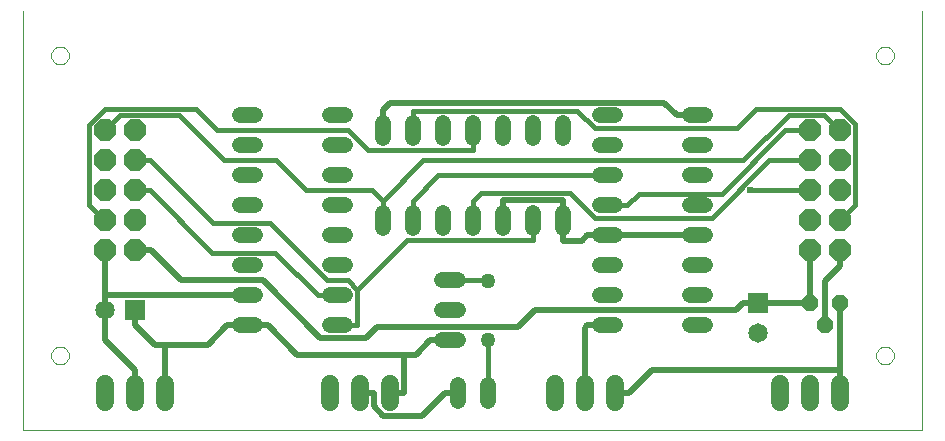
<source format=gtl>
G75*
G70*
%OFA0B0*%
%FSLAX24Y24*%
%IPPOS*%
%LPD*%
%AMOC8*
5,1,8,0,0,1.08239X$1,22.5*
%
%ADD10C,0.0000*%
%ADD11C,0.0520*%
%ADD12C,0.0594*%
%ADD13OC8,0.0740*%
%ADD14C,0.0500*%
%ADD15OC8,0.0520*%
%ADD16R,0.0650X0.0650*%
%ADD17C,0.0650*%
%ADD18C,0.0200*%
%ADD19C,0.0150*%
%ADD20C,0.0240*%
D10*
X000101Y000151D02*
X000101Y014147D01*
X001056Y012651D02*
X001058Y012685D01*
X001064Y012719D01*
X001074Y012752D01*
X001087Y012783D01*
X001105Y012813D01*
X001125Y012841D01*
X001149Y012866D01*
X001175Y012888D01*
X001203Y012906D01*
X001234Y012922D01*
X001266Y012934D01*
X001300Y012942D01*
X001334Y012946D01*
X001368Y012946D01*
X001402Y012942D01*
X001436Y012934D01*
X001468Y012922D01*
X001498Y012906D01*
X001527Y012888D01*
X001553Y012866D01*
X001577Y012841D01*
X001597Y012813D01*
X001615Y012783D01*
X001628Y012752D01*
X001638Y012719D01*
X001644Y012685D01*
X001646Y012651D01*
X001644Y012617D01*
X001638Y012583D01*
X001628Y012550D01*
X001615Y012519D01*
X001597Y012489D01*
X001577Y012461D01*
X001553Y012436D01*
X001527Y012414D01*
X001499Y012396D01*
X001468Y012380D01*
X001436Y012368D01*
X001402Y012360D01*
X001368Y012356D01*
X001334Y012356D01*
X001300Y012360D01*
X001266Y012368D01*
X001234Y012380D01*
X001203Y012396D01*
X001175Y012414D01*
X001149Y012436D01*
X001125Y012461D01*
X001105Y012489D01*
X001087Y012519D01*
X001074Y012550D01*
X001064Y012583D01*
X001058Y012617D01*
X001056Y012651D01*
X001056Y002651D02*
X001058Y002685D01*
X001064Y002719D01*
X001074Y002752D01*
X001087Y002783D01*
X001105Y002813D01*
X001125Y002841D01*
X001149Y002866D01*
X001175Y002888D01*
X001203Y002906D01*
X001234Y002922D01*
X001266Y002934D01*
X001300Y002942D01*
X001334Y002946D01*
X001368Y002946D01*
X001402Y002942D01*
X001436Y002934D01*
X001468Y002922D01*
X001498Y002906D01*
X001527Y002888D01*
X001553Y002866D01*
X001577Y002841D01*
X001597Y002813D01*
X001615Y002783D01*
X001628Y002752D01*
X001638Y002719D01*
X001644Y002685D01*
X001646Y002651D01*
X001644Y002617D01*
X001638Y002583D01*
X001628Y002550D01*
X001615Y002519D01*
X001597Y002489D01*
X001577Y002461D01*
X001553Y002436D01*
X001527Y002414D01*
X001499Y002396D01*
X001468Y002380D01*
X001436Y002368D01*
X001402Y002360D01*
X001368Y002356D01*
X001334Y002356D01*
X001300Y002360D01*
X001266Y002368D01*
X001234Y002380D01*
X001203Y002396D01*
X001175Y002414D01*
X001149Y002436D01*
X001125Y002461D01*
X001105Y002489D01*
X001087Y002519D01*
X001074Y002550D01*
X001064Y002583D01*
X001058Y002617D01*
X001056Y002651D01*
X000101Y000151D02*
X030096Y000151D01*
X030096Y014147D01*
X028556Y012651D02*
X028558Y012685D01*
X028564Y012719D01*
X028574Y012752D01*
X028587Y012783D01*
X028605Y012813D01*
X028625Y012841D01*
X028649Y012866D01*
X028675Y012888D01*
X028703Y012906D01*
X028734Y012922D01*
X028766Y012934D01*
X028800Y012942D01*
X028834Y012946D01*
X028868Y012946D01*
X028902Y012942D01*
X028936Y012934D01*
X028968Y012922D01*
X028998Y012906D01*
X029027Y012888D01*
X029053Y012866D01*
X029077Y012841D01*
X029097Y012813D01*
X029115Y012783D01*
X029128Y012752D01*
X029138Y012719D01*
X029144Y012685D01*
X029146Y012651D01*
X029144Y012617D01*
X029138Y012583D01*
X029128Y012550D01*
X029115Y012519D01*
X029097Y012489D01*
X029077Y012461D01*
X029053Y012436D01*
X029027Y012414D01*
X028999Y012396D01*
X028968Y012380D01*
X028936Y012368D01*
X028902Y012360D01*
X028868Y012356D01*
X028834Y012356D01*
X028800Y012360D01*
X028766Y012368D01*
X028734Y012380D01*
X028703Y012396D01*
X028675Y012414D01*
X028649Y012436D01*
X028625Y012461D01*
X028605Y012489D01*
X028587Y012519D01*
X028574Y012550D01*
X028564Y012583D01*
X028558Y012617D01*
X028556Y012651D01*
X028556Y002651D02*
X028558Y002685D01*
X028564Y002719D01*
X028574Y002752D01*
X028587Y002783D01*
X028605Y002813D01*
X028625Y002841D01*
X028649Y002866D01*
X028675Y002888D01*
X028703Y002906D01*
X028734Y002922D01*
X028766Y002934D01*
X028800Y002942D01*
X028834Y002946D01*
X028868Y002946D01*
X028902Y002942D01*
X028936Y002934D01*
X028968Y002922D01*
X028998Y002906D01*
X029027Y002888D01*
X029053Y002866D01*
X029077Y002841D01*
X029097Y002813D01*
X029115Y002783D01*
X029128Y002752D01*
X029138Y002719D01*
X029144Y002685D01*
X029146Y002651D01*
X029144Y002617D01*
X029138Y002583D01*
X029128Y002550D01*
X029115Y002519D01*
X029097Y002489D01*
X029077Y002461D01*
X029053Y002436D01*
X029027Y002414D01*
X028999Y002396D01*
X028968Y002380D01*
X028936Y002368D01*
X028902Y002360D01*
X028868Y002356D01*
X028834Y002356D01*
X028800Y002360D01*
X028766Y002368D01*
X028734Y002380D01*
X028703Y002396D01*
X028675Y002414D01*
X028649Y002436D01*
X028625Y002461D01*
X028605Y002489D01*
X028587Y002519D01*
X028574Y002550D01*
X028564Y002583D01*
X028558Y002617D01*
X028556Y002651D01*
D11*
X022861Y003651D02*
X022341Y003651D01*
X022341Y004651D02*
X022861Y004651D01*
X022861Y005651D02*
X022341Y005651D01*
X022341Y006651D02*
X022861Y006651D01*
X022861Y007651D02*
X022341Y007651D01*
X022341Y008651D02*
X022861Y008651D01*
X022861Y009651D02*
X022341Y009651D01*
X022341Y010651D02*
X022861Y010651D01*
X019861Y010651D02*
X019341Y010651D01*
X018101Y010411D02*
X018101Y009891D01*
X017101Y009891D02*
X017101Y010411D01*
X016101Y010411D02*
X016101Y009891D01*
X015101Y009891D02*
X015101Y010411D01*
X014101Y010411D02*
X014101Y009891D01*
X013101Y009891D02*
X013101Y010411D01*
X012101Y010411D02*
X012101Y009891D01*
X010861Y009651D02*
X010341Y009651D01*
X010341Y008651D02*
X010861Y008651D01*
X010861Y007651D02*
X010341Y007651D01*
X012101Y007411D02*
X012101Y006891D01*
X013101Y006891D02*
X013101Y007411D01*
X014101Y007411D02*
X014101Y006891D01*
X015101Y006891D02*
X015101Y007411D01*
X016101Y007411D02*
X016101Y006891D01*
X017101Y006891D02*
X017101Y007411D01*
X018101Y007411D02*
X018101Y006891D01*
X019341Y006651D02*
X019861Y006651D01*
X019861Y005651D02*
X019341Y005651D01*
X019341Y004651D02*
X019861Y004651D01*
X019861Y003651D02*
X019341Y003651D01*
X015601Y001661D02*
X015601Y001141D01*
X014601Y001141D02*
X014601Y001661D01*
X014611Y003151D02*
X014091Y003151D01*
X014091Y004151D02*
X014611Y004151D01*
X014611Y005151D02*
X014091Y005151D01*
X010861Y004651D02*
X010341Y004651D01*
X010341Y003651D02*
X010861Y003651D01*
X007861Y003651D02*
X007341Y003651D01*
X007341Y004651D02*
X007861Y004651D01*
X007861Y005651D02*
X007341Y005651D01*
X007341Y006651D02*
X007861Y006651D01*
X007861Y007651D02*
X007341Y007651D01*
X007341Y008651D02*
X007861Y008651D01*
X007861Y009651D02*
X007341Y009651D01*
X007341Y010651D02*
X007861Y010651D01*
X010341Y010651D02*
X010861Y010651D01*
X010861Y006651D02*
X010341Y006651D01*
X010341Y005651D02*
X010861Y005651D01*
X019341Y007651D02*
X019861Y007651D01*
X019861Y008651D02*
X019341Y008651D01*
X019341Y009651D02*
X019861Y009651D01*
D12*
X019851Y001698D02*
X019851Y001104D01*
X018851Y001104D02*
X018851Y001698D01*
X017851Y001698D02*
X017851Y001104D01*
X012351Y001104D02*
X012351Y001698D01*
X011351Y001698D02*
X011351Y001104D01*
X010351Y001104D02*
X010351Y001698D01*
X004851Y001698D02*
X004851Y001104D01*
X003851Y001104D02*
X003851Y001698D01*
X002851Y001698D02*
X002851Y001104D01*
X025351Y001104D02*
X025351Y001698D01*
X026351Y001698D02*
X026351Y001104D01*
X027351Y001104D02*
X027351Y001698D01*
D13*
X027351Y006151D03*
X026351Y006151D03*
X026351Y007151D03*
X027351Y007151D03*
X027351Y008151D03*
X026351Y008151D03*
X026351Y009151D03*
X027351Y009151D03*
X027351Y010151D03*
X026351Y010151D03*
X003851Y010151D03*
X002851Y010151D03*
X002851Y009151D03*
X003851Y009151D03*
X003851Y008151D03*
X002851Y008151D03*
X002851Y007151D03*
X003851Y007151D03*
X003851Y006151D03*
X002851Y006151D03*
D14*
X015601Y005135D03*
X015601Y003167D03*
D15*
X026351Y004401D03*
X027351Y004401D03*
X026851Y003651D03*
D16*
X024601Y004401D03*
X003851Y004151D03*
D17*
X002851Y004151D03*
X024601Y003401D03*
D18*
X023878Y004163D02*
X017186Y004163D01*
X016623Y003600D01*
X011922Y003600D01*
X011553Y003231D01*
X010027Y003231D01*
X008107Y005151D01*
X005381Y005151D01*
X004381Y006151D01*
X003851Y006151D01*
X002851Y006151D02*
X002851Y005621D01*
X002851Y004651D01*
X006921Y004651D01*
X007601Y004651D01*
X007601Y003651D02*
X006921Y003651D01*
X006272Y003003D01*
X004851Y003003D01*
X004851Y001401D01*
X003851Y001401D02*
X003851Y002155D01*
X002851Y003155D01*
X002851Y004151D01*
X002851Y004651D01*
X003851Y004151D02*
X003851Y003666D01*
X004514Y003003D01*
X004851Y003003D01*
X007601Y003651D02*
X008281Y003651D01*
X009249Y002683D01*
X012808Y002683D01*
X012808Y001401D01*
X012351Y001401D01*
X011808Y001401D02*
X011808Y000973D01*
X012133Y000647D01*
X013427Y000647D01*
X014181Y001401D01*
X014601Y001401D01*
X013202Y002683D02*
X012808Y002683D01*
X013202Y002683D02*
X013671Y003151D01*
X014351Y003151D01*
X011808Y001401D02*
X011351Y001401D01*
X018851Y001401D02*
X018851Y003581D01*
X018921Y003651D01*
X019601Y003651D01*
X021073Y002167D02*
X020308Y001401D01*
X019851Y001401D01*
X021073Y002167D02*
X027351Y002167D01*
X027351Y004401D01*
X026351Y004401D02*
X026351Y006151D01*
X027351Y006151D02*
X027351Y005621D01*
X026851Y005121D01*
X026851Y003651D01*
X026351Y004401D02*
X025086Y004401D01*
X024601Y004401D01*
X024116Y004401D01*
X023878Y004163D01*
X027351Y002167D02*
X027351Y001401D01*
X018921Y006651D02*
X018741Y006471D01*
X018101Y006471D01*
X018101Y007151D01*
X018101Y007831D01*
X016101Y007831D01*
X016101Y007151D01*
X018921Y006651D02*
X019601Y006651D01*
X022601Y006651D01*
X022601Y010651D02*
X021921Y010651D01*
X021492Y011080D01*
X012350Y011080D01*
X012101Y010831D01*
X012101Y010151D01*
D19*
X013101Y010151D02*
X013101Y010806D01*
X018600Y010806D01*
X019178Y010229D01*
X023908Y010229D01*
X024560Y010881D01*
X027354Y010881D01*
X027861Y010374D01*
X027861Y007661D01*
X027351Y007151D01*
X026351Y008151D02*
X024362Y008151D01*
X023422Y008046D02*
X020651Y008046D01*
X020256Y007651D01*
X019601Y007651D01*
X019176Y007244D02*
X018343Y008078D01*
X015372Y008078D01*
X015101Y007806D01*
X015101Y007151D01*
X013946Y008651D02*
X013101Y007806D01*
X013101Y007151D01*
X012101Y007151D02*
X012101Y007806D01*
X011756Y008151D01*
X009544Y008151D01*
X008544Y009151D01*
X006826Y009151D01*
X005320Y010657D01*
X003356Y010657D01*
X002851Y010151D01*
X002321Y010344D02*
X002844Y010867D01*
X005882Y010867D01*
X006597Y010151D01*
X010946Y010151D01*
X011602Y009496D01*
X015101Y009496D01*
X015101Y010151D01*
X013446Y009151D02*
X024125Y009151D01*
X025644Y010671D01*
X026831Y010671D01*
X027351Y010151D01*
X026351Y010151D02*
X025846Y010151D01*
X025527Y010151D01*
X023422Y008046D01*
X023079Y007244D02*
X019176Y007244D01*
X017101Y007151D02*
X017101Y006496D01*
X012918Y006496D01*
X011256Y004834D01*
X010939Y005151D01*
X010261Y005151D01*
X008361Y007051D01*
X006456Y007051D01*
X004356Y009151D01*
X003851Y009151D01*
X003851Y008151D02*
X004356Y008151D01*
X006430Y006077D01*
X008520Y006077D01*
X009946Y004651D01*
X010601Y004651D01*
X011256Y004834D02*
X011256Y003651D01*
X010601Y003651D01*
X014351Y005151D02*
X015585Y005151D01*
X015601Y005135D01*
X015601Y003167D02*
X015601Y001401D01*
X023079Y007244D02*
X024986Y009151D01*
X026351Y009151D01*
X019601Y008651D02*
X013946Y008651D01*
X013446Y009151D02*
X012101Y007806D01*
X002851Y007151D02*
X002321Y007681D01*
X002321Y010344D01*
D20*
X024362Y008151D03*
M02*

</source>
